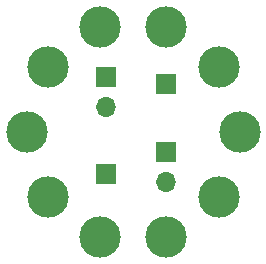
<source format=gbr>
%TF.GenerationSoftware,KiCad,Pcbnew,8.0.8*%
%TF.CreationDate,2025-02-19T08:42:43-08:00*%
%TF.ProjectId,RotarySW,526f7461-7279-4535-972e-6b696361645f,rev?*%
%TF.SameCoordinates,Original*%
%TF.FileFunction,Soldermask,Top*%
%TF.FilePolarity,Negative*%
%FSLAX46Y46*%
G04 Gerber Fmt 4.6, Leading zero omitted, Abs format (unit mm)*
G04 Created by KiCad (PCBNEW 8.0.8) date 2025-02-19 08:42:43*
%MOMM*%
%LPD*%
G01*
G04 APERTURE LIST*
%ADD10C,3.500000*%
%ADD11R,1.700000X1.700000*%
%ADD12O,1.700000X1.700000*%
G04 APERTURE END LIST*
D10*
%TO.C,J1*%
X127110000Y-103095000D03*
X132710000Y-103095000D03*
X137160000Y-99695000D03*
X138910000Y-94195000D03*
X137160000Y-88695000D03*
X132710000Y-85295000D03*
X127110000Y-85295000D03*
X122660000Y-88695000D03*
X120910000Y-94195000D03*
X122660000Y-99695000D03*
%TD*%
D11*
%TO.C,J4*%
X132715000Y-95885000D03*
D12*
X132715000Y-98425000D03*
%TD*%
D11*
%TO.C,J3*%
X132715000Y-90170000D03*
%TD*%
%TO.C,J5*%
X127635000Y-89535000D03*
D12*
X127635000Y-92075000D03*
%TD*%
D11*
%TO.C,J2*%
X127635000Y-97790000D03*
%TD*%
M02*

</source>
